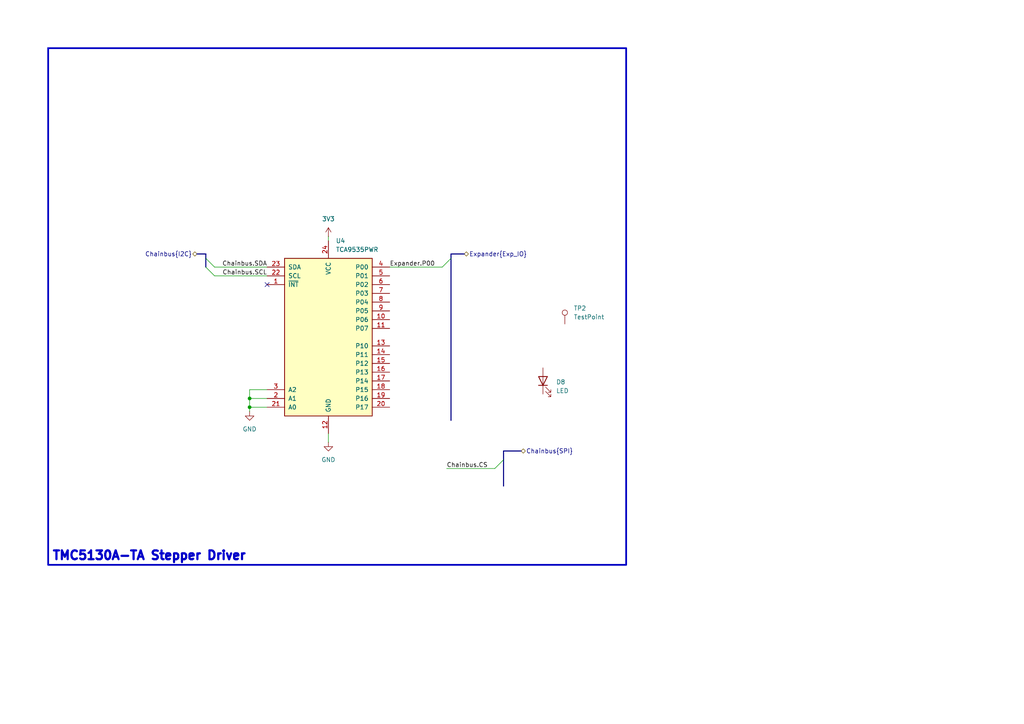
<source format=kicad_sch>
(kicad_sch (version 20250114) (generator "eeschema") (generator_version "9.0")
  (paper "A4")
  (lib_symbols
    (symbol "Connector:TestPoint" (pin_numbers (hide yes)) (pin_names (offset 0.762) (hide yes))
      (property "Reference" "TP" (at 0 6.858 0))
      (property "Value" "TestPoint" (at 0 5.08 0))
      (symbol "TestPoint_0_1"
        (circle (center 0 3.302) (radius 0.762))
      )
      (symbol "TestPoint_1_1"
        (pin passive line (at 0 0 90) (length 2.54) (name "1") (number "1"))
      )
    )
    (symbol "Device:LED" (pin_numbers (hide yes)) (pin_names (offset 1.016) (hide yes))
      (property "Reference" "D" (at 0 2.54 0))
      (property "Value" "LED" (at 0 -2.54 0))
      (symbol "LED_0_1"
        (polyline (pts (xy -3.048 -0.762) (xy -4.572 -2.286) (xy -3.81 -2.286) (xy -4.572 -2.286) (xy -4.572 -1.524)))
        (polyline (pts (xy -1.778 -0.762) (xy -3.302 -2.286) (xy -2.54 -2.286) (xy -3.302 -2.286) (xy -3.302 -1.524)))
        (polyline (pts (xy -1.27 0) (xy 1.27 0)))
        (polyline (pts (xy -1.27 -1.27) (xy -1.27 1.27)) (stroke (width 0.254)))
        (polyline (pts (xy 1.27 -1.27) (xy 1.27 1.27) (xy -1.27 0) (xy 1.27 -1.27)) (stroke (width 0.254)))
      )
      (symbol "LED_1_1"
        (pin passive line (at -3.81 0 0) (length 2.54) (name "K") (number "1"))
        (pin passive line (at 3.81 0 180) (length 2.54) (name "A") (number "2"))
      )
    )
    (symbol "Interface_Expansion:TCA9535PWR" (pin_names (offset 1.016))
      (property "Reference" "U" (at -11.43 24.13 0))
      (property "Value" "TCA9535PWR" (at 0 0 0))
      (symbol "TCA9535PWR_0_1"
        (rectangle (start -12.7 22.86) (end 12.7 -22.86) (stroke (width 0.254)) (fill (type background)))
      )
      (symbol "TCA9535PWR_1_1"
        (pin bidirectional line (at -17.78 20.32 0) (length 5.08) (name "SDA") (number "23"))
        (pin input line (at -17.78 17.78 0) (length 5.08) (name "SCL") (number "22"))
        (pin open_collector line (at -17.78 15.24 0) (length 5.08) (name "~{INT}") (number "1"))
        (pin input line (at -17.78 -15.24 0) (length 5.08) (name "A2") (number "3"))
        (pin input line (at -17.78 -17.78 0) (length 5.08) (name "A1") (number "2"))
        (pin input line (at -17.78 -20.32 0) (length 5.08) (name "A0") (number "21"))
        (pin power_in line (at 0 27.94 270) (length 5.08) (name "VCC") (number "24"))
        (pin power_in line (at 0 -27.94 90) (length 5.08) (name "GND") (number "12"))
        (pin bidirectional line (at 17.78 20.32 180) (length 5.08) (name "P00") (number "4"))
        (pin bidirectional line (at 17.78 17.78 180) (length 5.08) (name "P01") (number "5"))
        (pin bidirectional line (at 17.78 15.24 180) (length 5.08) (name "P02") (number "6"))
        (pin bidirectional line (at 17.78 12.7 180) (length 5.08) (name "P03") (number "7"))
        (pin bidirectional line (at 17.78 10.16 180) (length 5.08) (name "P04") (number "8"))
        (pin bidirectional line (at 17.78 7.62 180) (length 5.08) (name "P05") (number "9"))
        (pin bidirectional line (at 17.78 5.08 180) (length 5.08) (name "P06") (number "10"))
        (pin bidirectional line (at 17.78 2.54 180) (length 5.08) (name "P07") (number "11"))
        (pin bidirectional line (at 17.78 -2.54 180) (length 5.08) (name "P10") (number "13"))
        (pin bidirectional line (at 17.78 -5.08 180) (length 5.08) (name "P11") (number "14"))
        (pin bidirectional line (at 17.78 -7.62 180) (length 5.08) (name "P12") (number "15"))
        (pin bidirectional line (at 17.78 -10.16 180) (length 5.08) (name "P13") (number "16"))
        (pin bidirectional line (at 17.78 -12.7 180) (length 5.08) (name "P14") (number "17"))
        (pin bidirectional line (at 17.78 -15.24 180) (length 5.08) (name "P15") (number "18"))
        (pin bidirectional line (at 17.78 -17.78 180) (length 5.08) (name "P16") (number "19"))
        (pin bidirectional line (at 17.78 -20.32 180) (length 5.08) (name "P17") (number "20"))
      )
    )
    (symbol "power:+3.3V" (power) (pin_numbers (hide yes)) (pin_names (offset 0) (hide yes))
      (property "Value" "+3.3V" (at 0 3.556 0))
      (symbol "+3.3V_0_1"
        (polyline (pts (xy -0.762 1.27) (xy 0 2.54)))
        (polyline (pts (xy 0 2.54) (xy 0.762 1.27)))
        (polyline (pts (xy 0 0) (xy 0 2.54)))
      )
      (symbol "+3.3V_1_1"
        (pin power_in line (at 0 0 90) (length 0) (name "~") (number "1"))
      )
    )
    (symbol "power:GND" (power) (pin_numbers (hide yes)) (pin_names (offset 0) (hide yes))
      (property "Value" "GND" (at 0 -3.81 0))
      (symbol "GND_0_1"
        (polyline (pts (xy 0 0) (xy 0 -1.27) (xy 1.27 -1.27) (xy 0 -2.54) (xy -1.27 -1.27) (xy 0 -1.27)))
      )
      (symbol "GND_1_1"
        (pin power_in line (at 0 0 270) (length 0) (name "~") (number "1"))
      )
    )
  )
  (bus_alias "Exp_IO" (members "P00" "P01" "P02" "P03" "P04" "P05" "P06" "P07" "P08" "P09" "P10" "P11" "P12" "P13" "P14" "P15" "P16" "P17"))
  (rectangle (start 13.97 13.97) (end 181.61 163.83) (stroke (width 0.508)))
  (text "TMC5130A-TA Stepper Driver\n" (at 14.986 161.29 0) (effects (font (size 2.54 2.54) (thickness 0.762) (bold yes)) (justify left)))
  (junction (at 72.39 115.57))
  (junction (at 72.39 118.11))
  (no_connect (at 77.47 82.55))
  (bus_entry (at 130.81 74.93) (size -2.54 2.54))
  (bus_entry (at 146.05 133.35) (size -2.54 2.54))
  (bus_entry (at 59.69 74.93) (size 2.54 2.54))
  (bus_entry (at 59.69 77.47) (size 2.54 2.54))
  (wire (pts (xy 95.25 125.73) (xy 95.25 128.27)))
  (bus (pts (xy 59.69 74.93) (xy 59.69 77.47)))
  (wire (pts (xy 62.23 80.01) (xy 77.47 80.01)))
  (wire (pts (xy 95.25 68.58) (xy 95.25 69.85)))
  (bus (pts (xy 146.05 133.35) (xy 146.05 140.97)))
  (wire (pts (xy 129.54 135.89) (xy 143.51 135.89)))
  (wire (pts (xy 62.23 77.47) (xy 77.47 77.47)))
  (wire (pts (xy 72.39 118.11) (xy 77.47 118.11)))
  (bus (pts (xy 130.81 74.93) (xy 130.81 121.92)))
  (bus (pts (xy 146.05 130.81) (xy 146.05 133.35)))
  (bus (pts (xy 57.15 73.66) (xy 59.69 73.66)))
  (wire (pts (xy 77.47 113.03) (xy 72.39 113.03)))
  (wire (pts (xy 72.39 113.03) (xy 72.39 115.57)))
  (wire (pts (xy 72.39 119.38) (xy 72.39 118.11)))
  (bus (pts (xy 134.62 73.66) (xy 130.81 73.66)))
  (wire (pts (xy 113.03 77.47) (xy 128.27 77.47)))
  (wire (pts (xy 77.47 115.57) (xy 72.39 115.57)))
  (bus (pts (xy 59.69 73.66) (xy 59.69 74.93)))
  (bus (pts (xy 130.81 73.66) (xy 130.81 74.93)))
  (bus (pts (xy 151.13 130.81) (xy 146.05 130.81)))
  (wire (pts (xy 72.39 115.57) (xy 72.39 118.11)))
  (label "Expander.P00" (at 113.03 77.47 0))
  (label "Chainbus.SCL" (at 77.47 80.01 180))
  (label "Chainbus.CS" (at 129.54 135.89 0))
  (label "Chainbus.SDA" (at 77.47 77.47 180))
  (hierarchical_label "Chainbus{SPI}" (shape bidirectional) (at 151.13 130.81 0))
  (hierarchical_label "Chainbus{I2C}" (shape bidirectional) (at 57.15 73.66 180))
  (hierarchical_label "Expander{Exp_IO}" (shape bidirectional) (at 134.62 73.66 0))
  (symbol (lib_id "power:GND") (at 95.25 128.27 0) (unit 1)
    (property "Reference" "#PWR069" (effects (hide yes)))
    (property "Value" "GND" (at 95.25 133.35 0))
    (property "Description" "Power symbol creates a global label with name \"GND\" , ground" (effects (hide yes)))
  )
  (symbol (lib_id "Connector:TestPoint") (at 163.83 93.98 0) (unit 1)
    (property "Reference" "TP2" (at 166.37 89.4079 0) (effects (justify left)))
    (property "Value" "TestPoint" (at 166.37 91.9479 0) (effects (justify left)))
    (property "Description" "test point" (effects (hide yes)))
  )
  (symbol (lib_id "Interface_Expansion:TCA9535PWR") (at 95.25 97.79 0) (unit 1)
    (property "Reference" "U4" (at 97.3933 69.85 0) (effects (justify left)))
    (property "Value" "TCA9535PWR" (at 97.3933 72.39 0) (effects (justify left)))
    (property "Footprint" "Package_SO:TSSOP-24_4.4x7.8mm_P0.65mm" (effects (hide yes)))
    (property "Datasheet" "http://www.ti.com/lit/ds/symlink/tca9535.pdf" (effects (hide yes)))
    (property "Description" "16-bit I/O expander, I2C and SMBus interface, interrupts, w/o pull-ups, TSSOP-24 package" (effects (hide yes)))
    (property "LCSC" "C22396388" (effects (hide yes)))
  )
  (symbol (lib_id "Device:LED") (at 157.48 110.49 90) (unit 1)
    (property "Reference" "D8" (at 161.29 110.8074 90) (effects (justify right)))
    (property "Value" "LED" (at 161.29 113.3474 90) (effects (justify right)))
    (property "Description" "Light emitting diode" (effects (hide yes)))
    (property "Sim.Pins" "1=K 2=A" (effects (hide yes)))
  )
  (symbol (lib_id "power:+3.3V") (at 95.25 68.58 0) (unit 1)
    (property "Reference" "#PWR070" (effects (hide yes)))
    (property "Value" "3V3" (at 95.25 63.5 0))
    (property "Description" "Power symbol creates a global label with name \"+3.3V\"" (effects (hide yes)))
  )
  (symbol (lib_id "power:GND") (at 72.39 119.38 0) (unit 1)
    (property "Reference" "#PWR068" (effects (hide yes)))
    (property "Value" "GND" (at 72.39 124.46 0))
    (property "Description" "Power symbol creates a global label with name \"GND\" , ground" (effects (hide yes)))
  )
)
</source>
